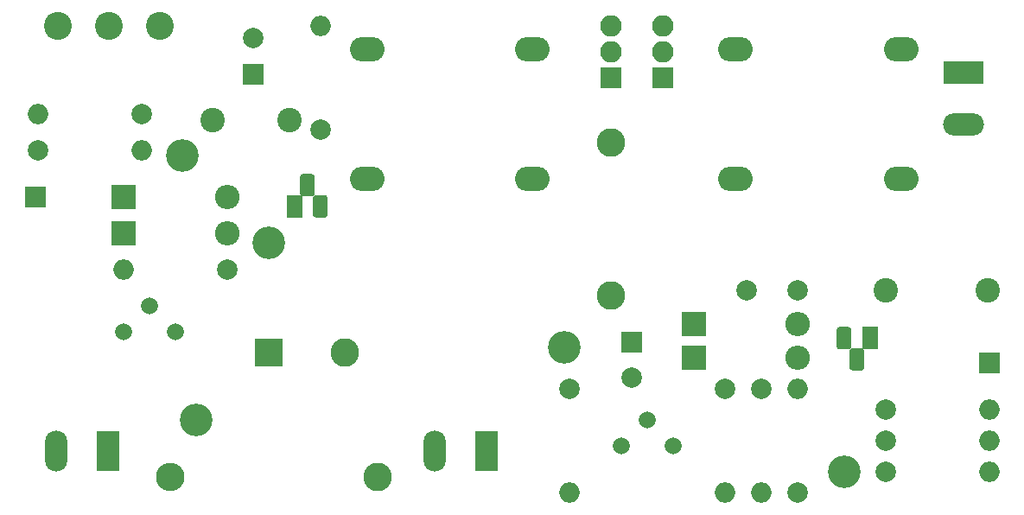
<source format=gbr>
G04 #@! TF.GenerationSoftware,KiCad,Pcbnew,(5.1.5-0-10_14)*
G04 #@! TF.CreationDate,2020-04-26T21:15:48+01:00*
G04 #@! TF.ProjectId,SSFXPCB,53534658-5043-4422-9e6b-696361645f70,rev?*
G04 #@! TF.SameCoordinates,Original*
G04 #@! TF.FileFunction,Soldermask,Top*
G04 #@! TF.FilePolarity,Negative*
%FSLAX46Y46*%
G04 Gerber Fmt 4.6, Leading zero omitted, Abs format (unit mm)*
G04 Created by KiCad (PCBNEW (5.1.5-0-10_14)) date 2020-04-26 21:15:48*
%MOMM*%
%LPD*%
G04 APERTURE LIST*
%ADD10O,3.400000X2.400000*%
%ADD11C,2.740000*%
%ADD12C,1.660000*%
%ADD13C,2.000000*%
%ADD14R,2.400000X2.400000*%
%ADD15O,2.400000X2.400000*%
%ADD16O,2.000000X2.000000*%
%ADD17C,2.400000*%
%ADD18R,2.800000X2.800000*%
%ADD19C,2.800000*%
%ADD20R,2.200000X4.000000*%
%ADD21O,2.200000X4.000000*%
%ADD22R,2.000000X2.000000*%
%ADD23R,1.500000X2.200000*%
%ADD24C,0.100000*%
%ADD25C,3.200000*%
%ADD26O,4.000000X2.200000*%
%ADD27R,4.000000X2.200000*%
%ADD28O,2.800000X2.800000*%
%ADD29O,2.100000X2.100000*%
%ADD30R,2.100000X2.100000*%
G04 APERTURE END LIST*
D10*
X187452000Y-52070000D03*
X171222000Y-52070000D03*
X187452000Y-64770000D03*
X171222000Y-64770000D03*
X151371000Y-52070000D03*
X135141000Y-52070000D03*
X151371000Y-64770000D03*
X135141000Y-64770000D03*
D11*
X114808000Y-49784000D03*
X109808000Y-49784000D03*
X104808000Y-49784000D03*
D12*
X165100000Y-90932000D03*
X162560000Y-88392000D03*
X160020000Y-90932000D03*
D13*
X177292000Y-75692000D03*
X172292000Y-75692000D03*
D14*
X167132000Y-79000000D03*
D15*
X177292000Y-79000000D03*
D16*
X196088000Y-87376000D03*
D13*
X185928000Y-87376000D03*
D17*
X127500000Y-59000000D03*
X120000000Y-59000000D03*
D18*
X125476000Y-81788000D03*
D19*
X132976000Y-81788000D03*
D20*
X109728000Y-91440000D03*
D21*
X104648000Y-91440000D03*
X141732000Y-91440000D03*
D20*
X146812000Y-91440000D03*
D12*
X116332000Y-79756000D03*
X113792000Y-77216000D03*
X111252000Y-79756000D03*
D22*
X123952000Y-54500000D03*
D13*
X123952000Y-51000000D03*
D19*
X159004000Y-76200000D03*
X159004000Y-61200000D03*
D22*
X161036000Y-80772000D03*
D13*
X161036000Y-84272000D03*
D17*
X185928000Y-75692000D03*
X195928000Y-75692000D03*
D15*
X121412000Y-66548000D03*
D14*
X111252000Y-66548000D03*
X111252000Y-70104000D03*
D15*
X121412000Y-70104000D03*
X177292000Y-82296000D03*
D14*
X167132000Y-82296000D03*
D13*
X130556000Y-59944000D03*
D16*
X130556000Y-49784000D03*
D13*
X113030000Y-58420000D03*
D16*
X102870000Y-58420000D03*
D13*
X102870000Y-61976000D03*
D16*
X113030000Y-61976000D03*
X111252000Y-73660000D03*
D13*
X121412000Y-73660000D03*
D16*
X170180000Y-95504000D03*
D13*
X170180000Y-85344000D03*
X185928000Y-90424000D03*
D16*
X196088000Y-90424000D03*
X196088000Y-93472000D03*
D13*
X185928000Y-93472000D03*
D16*
X177292000Y-85344000D03*
D13*
X177292000Y-95504000D03*
D16*
X154940000Y-95504000D03*
D13*
X154940000Y-85344000D03*
X173736000Y-85344000D03*
D16*
X173736000Y-95504000D03*
D23*
X128016000Y-67456000D03*
D24*
G36*
X130967756Y-66357806D02*
G01*
X131004159Y-66363206D01*
X131039857Y-66372147D01*
X131074506Y-66384545D01*
X131107774Y-66400280D01*
X131139339Y-66419199D01*
X131168897Y-66441121D01*
X131196165Y-66465835D01*
X131220879Y-66493103D01*
X131242801Y-66522661D01*
X131261720Y-66554226D01*
X131277455Y-66587494D01*
X131289853Y-66622143D01*
X131298794Y-66657841D01*
X131304194Y-66694244D01*
X131306000Y-66731000D01*
X131306000Y-68181000D01*
X131304194Y-68217756D01*
X131298794Y-68254159D01*
X131289853Y-68289857D01*
X131277455Y-68324506D01*
X131261720Y-68357774D01*
X131242801Y-68389339D01*
X131220879Y-68418897D01*
X131196165Y-68446165D01*
X131168897Y-68470879D01*
X131139339Y-68492801D01*
X131107774Y-68511720D01*
X131074506Y-68527455D01*
X131039857Y-68539853D01*
X131004159Y-68548794D01*
X130967756Y-68554194D01*
X130931000Y-68556000D01*
X130181000Y-68556000D01*
X130144244Y-68554194D01*
X130107841Y-68548794D01*
X130072143Y-68539853D01*
X130037494Y-68527455D01*
X130004226Y-68511720D01*
X129972661Y-68492801D01*
X129943103Y-68470879D01*
X129915835Y-68446165D01*
X129891121Y-68418897D01*
X129869199Y-68389339D01*
X129850280Y-68357774D01*
X129834545Y-68324506D01*
X129822147Y-68289857D01*
X129813206Y-68254159D01*
X129807806Y-68217756D01*
X129806000Y-68181000D01*
X129806000Y-66731000D01*
X129807806Y-66694244D01*
X129813206Y-66657841D01*
X129822147Y-66622143D01*
X129834545Y-66587494D01*
X129850280Y-66554226D01*
X129869199Y-66522661D01*
X129891121Y-66493103D01*
X129915835Y-66465835D01*
X129943103Y-66441121D01*
X129972661Y-66419199D01*
X130004226Y-66400280D01*
X130037494Y-66384545D01*
X130072143Y-66372147D01*
X130107841Y-66363206D01*
X130144244Y-66357806D01*
X130181000Y-66356000D01*
X130931000Y-66356000D01*
X130967756Y-66357806D01*
G37*
G36*
X129697756Y-64287806D02*
G01*
X129734159Y-64293206D01*
X129769857Y-64302147D01*
X129804506Y-64314545D01*
X129837774Y-64330280D01*
X129869339Y-64349199D01*
X129898897Y-64371121D01*
X129926165Y-64395835D01*
X129950879Y-64423103D01*
X129972801Y-64452661D01*
X129991720Y-64484226D01*
X130007455Y-64517494D01*
X130019853Y-64552143D01*
X130028794Y-64587841D01*
X130034194Y-64624244D01*
X130036000Y-64661000D01*
X130036000Y-66111000D01*
X130034194Y-66147756D01*
X130028794Y-66184159D01*
X130019853Y-66219857D01*
X130007455Y-66254506D01*
X129991720Y-66287774D01*
X129972801Y-66319339D01*
X129950879Y-66348897D01*
X129926165Y-66376165D01*
X129898897Y-66400879D01*
X129869339Y-66422801D01*
X129837774Y-66441720D01*
X129804506Y-66457455D01*
X129769857Y-66469853D01*
X129734159Y-66478794D01*
X129697756Y-66484194D01*
X129661000Y-66486000D01*
X128911000Y-66486000D01*
X128874244Y-66484194D01*
X128837841Y-66478794D01*
X128802143Y-66469853D01*
X128767494Y-66457455D01*
X128734226Y-66441720D01*
X128702661Y-66422801D01*
X128673103Y-66400879D01*
X128645835Y-66376165D01*
X128621121Y-66348897D01*
X128599199Y-66319339D01*
X128580280Y-66287774D01*
X128564545Y-66254506D01*
X128552147Y-66219857D01*
X128543206Y-66184159D01*
X128537806Y-66147756D01*
X128536000Y-66111000D01*
X128536000Y-64661000D01*
X128537806Y-64624244D01*
X128543206Y-64587841D01*
X128552147Y-64552143D01*
X128564545Y-64517494D01*
X128580280Y-64484226D01*
X128599199Y-64452661D01*
X128621121Y-64423103D01*
X128645835Y-64395835D01*
X128673103Y-64371121D01*
X128702661Y-64349199D01*
X128734226Y-64330280D01*
X128767494Y-64314545D01*
X128802143Y-64302147D01*
X128837841Y-64293206D01*
X128874244Y-64287806D01*
X128911000Y-64286000D01*
X129661000Y-64286000D01*
X129697756Y-64287806D01*
G37*
G36*
X183545756Y-81343806D02*
G01*
X183582159Y-81349206D01*
X183617857Y-81358147D01*
X183652506Y-81370545D01*
X183685774Y-81386280D01*
X183717339Y-81405199D01*
X183746897Y-81427121D01*
X183774165Y-81451835D01*
X183798879Y-81479103D01*
X183820801Y-81508661D01*
X183839720Y-81540226D01*
X183855455Y-81573494D01*
X183867853Y-81608143D01*
X183876794Y-81643841D01*
X183882194Y-81680244D01*
X183884000Y-81717000D01*
X183884000Y-83167000D01*
X183882194Y-83203756D01*
X183876794Y-83240159D01*
X183867853Y-83275857D01*
X183855455Y-83310506D01*
X183839720Y-83343774D01*
X183820801Y-83375339D01*
X183798879Y-83404897D01*
X183774165Y-83432165D01*
X183746897Y-83456879D01*
X183717339Y-83478801D01*
X183685774Y-83497720D01*
X183652506Y-83513455D01*
X183617857Y-83525853D01*
X183582159Y-83534794D01*
X183545756Y-83540194D01*
X183509000Y-83542000D01*
X182759000Y-83542000D01*
X182722244Y-83540194D01*
X182685841Y-83534794D01*
X182650143Y-83525853D01*
X182615494Y-83513455D01*
X182582226Y-83497720D01*
X182550661Y-83478801D01*
X182521103Y-83456879D01*
X182493835Y-83432165D01*
X182469121Y-83404897D01*
X182447199Y-83375339D01*
X182428280Y-83343774D01*
X182412545Y-83310506D01*
X182400147Y-83275857D01*
X182391206Y-83240159D01*
X182385806Y-83203756D01*
X182384000Y-83167000D01*
X182384000Y-81717000D01*
X182385806Y-81680244D01*
X182391206Y-81643841D01*
X182400147Y-81608143D01*
X182412545Y-81573494D01*
X182428280Y-81540226D01*
X182447199Y-81508661D01*
X182469121Y-81479103D01*
X182493835Y-81451835D01*
X182521103Y-81427121D01*
X182550661Y-81405199D01*
X182582226Y-81386280D01*
X182615494Y-81370545D01*
X182650143Y-81358147D01*
X182685841Y-81349206D01*
X182722244Y-81343806D01*
X182759000Y-81342000D01*
X183509000Y-81342000D01*
X183545756Y-81343806D01*
G37*
G36*
X182275756Y-79273806D02*
G01*
X182312159Y-79279206D01*
X182347857Y-79288147D01*
X182382506Y-79300545D01*
X182415774Y-79316280D01*
X182447339Y-79335199D01*
X182476897Y-79357121D01*
X182504165Y-79381835D01*
X182528879Y-79409103D01*
X182550801Y-79438661D01*
X182569720Y-79470226D01*
X182585455Y-79503494D01*
X182597853Y-79538143D01*
X182606794Y-79573841D01*
X182612194Y-79610244D01*
X182614000Y-79647000D01*
X182614000Y-81097000D01*
X182612194Y-81133756D01*
X182606794Y-81170159D01*
X182597853Y-81205857D01*
X182585455Y-81240506D01*
X182569720Y-81273774D01*
X182550801Y-81305339D01*
X182528879Y-81334897D01*
X182504165Y-81362165D01*
X182476897Y-81386879D01*
X182447339Y-81408801D01*
X182415774Y-81427720D01*
X182382506Y-81443455D01*
X182347857Y-81455853D01*
X182312159Y-81464794D01*
X182275756Y-81470194D01*
X182239000Y-81472000D01*
X181489000Y-81472000D01*
X181452244Y-81470194D01*
X181415841Y-81464794D01*
X181380143Y-81455853D01*
X181345494Y-81443455D01*
X181312226Y-81427720D01*
X181280661Y-81408801D01*
X181251103Y-81386879D01*
X181223835Y-81362165D01*
X181199121Y-81334897D01*
X181177199Y-81305339D01*
X181158280Y-81273774D01*
X181142545Y-81240506D01*
X181130147Y-81205857D01*
X181121206Y-81170159D01*
X181115806Y-81133756D01*
X181114000Y-81097000D01*
X181114000Y-79647000D01*
X181115806Y-79610244D01*
X181121206Y-79573841D01*
X181130147Y-79538143D01*
X181142545Y-79503494D01*
X181158280Y-79470226D01*
X181177199Y-79438661D01*
X181199121Y-79409103D01*
X181223835Y-79381835D01*
X181251103Y-79357121D01*
X181280661Y-79335199D01*
X181312226Y-79316280D01*
X181345494Y-79300545D01*
X181380143Y-79288147D01*
X181415841Y-79279206D01*
X181452244Y-79273806D01*
X181489000Y-79272000D01*
X182239000Y-79272000D01*
X182275756Y-79273806D01*
G37*
D23*
X184404000Y-80372000D03*
D25*
X117000000Y-62500000D03*
X125476000Y-71000000D03*
X181864000Y-93472000D03*
X118364000Y-88392000D03*
X154500000Y-81280000D03*
D26*
X193548000Y-59436000D03*
D27*
X193548000Y-54356000D03*
D19*
X136144000Y-93980000D03*
D28*
X115824000Y-93980000D03*
D29*
X159004000Y-49784000D03*
X159004000Y-52324000D03*
D30*
X159004000Y-54864000D03*
X164084000Y-54864000D03*
D29*
X164084000Y-52324000D03*
X164084000Y-49784000D03*
D30*
X102616000Y-66548000D03*
X196088000Y-82804000D03*
M02*

</source>
